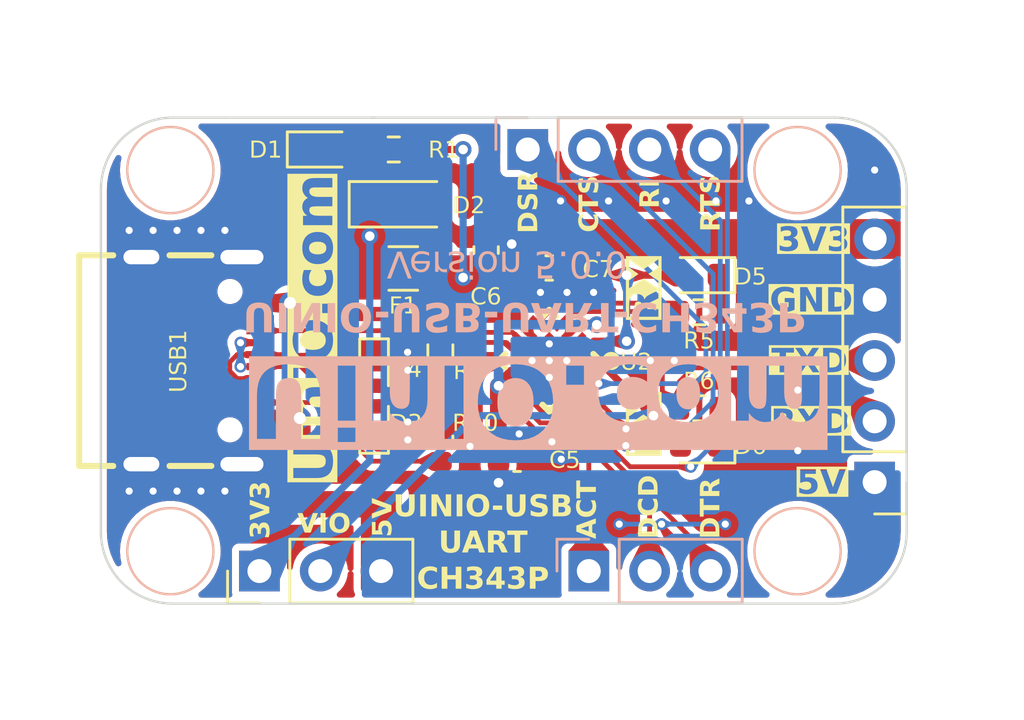
<source format=kicad_pcb>
(kicad_pcb (version 20240108) (generator "pcbnew") (generator_version "8.0")
  (title_block (title "UINIO-USB-UART-CH343") (date "2024-11-26") (rev "Version 5.0.0") (company "UinIO.com 电子技术实验室"))
  (layers (0 "F.Cu" signal) (31 "B.Cu" signal) (34 "B.Paste" user) (35 "F.Paste" user) (36 "B.SilkS" user "B.Silkscreen") (37 "F.SilkS" user "F.Silkscreen") (38 "B.Mask" user) (39 "F.Mask" user) (44 "Edge.Cuts" user))
  (net 0 "")
  (net 1 "GND")
  (net 2 "/CH343_VDD_5V")
  (net 3 "/CH343_V3")
  (net 4 "/CH343_VDD_3.3V")
  (net 5 "Net-(D1-A)")
  (net 6 "/CH343_VIO")
  (net 7 "Net-(D5-K)")
  (net 8 "/CH343_DSR")
  (net 9 "/CH343_DTR")
  (net 10 "/CH343_DCD")
  (net 11 "/CH343_ACT#")
  (net 12 "/CH343_TXD")
  (net 13 "/CH343_RXD")
  (net 14 "/CH343_RTS")
  (net 15 "/CH343_CTS")
  (net 16 "Net-(D6-K)")
  (net 17 "Net-(USB1-CC1)")
  (net 18 "Net-(USB1-CC2)")
  (net 19 "/CH343_USB_Data_P")
  (net 20 "/CH343_USB_Data_N")
  (net 21 "/CH343_RI")
  (footprint "Connector_PinHeader_2.54mm:PinHeader_1x03_P2.54mm_Vertical" (layer "F.Cu") (at 150.07132 102.96 90)
    (property "Reference" "J7" (hide yes))
    (property "Value" "Conn_01x03_Pin")
    (fp_line (start -1.33 -1.33) (end 0 -1.33) (stroke (width 0.12)) (layer "F.SilkS"))
    (fp_line (start -1.33 0) (end -1.33 -1.33) (stroke (width 0.12)) (layer "F.SilkS"))
    (fp_line (start 1.33 1.27) (end 1.33 6.41) (stroke (width 0.12)) (layer "F.SilkS"))
    (fp_line (start -1.33 1.27) (end 1.33 1.27) (stroke (width 0.12)) (layer "F.SilkS"))
    (fp_line (start -1.33 1.27) (end -1.33 6.41) (stroke (width 0.12)) (layer "F.SilkS"))
    (fp_line (start -1.33 6.41) (end 1.33 6.41) (stroke (width 0.12)) (layer "F.SilkS"))
    (pad "1" thru_hole rect (at 0 0 90) (size 1.7 1.7) (drill 1) (layers "*.Cu" "*.Mask") (net 4 "/CH343_VDD_3.3V"))
    (pad "2" thru_hole oval (at 0 2.54 90) (size 1.7 1.7) (drill 1) (layers "*.Cu" "*.Mask") (net 6 "/CH343_VIO"))
    (pad "3" thru_hole oval (at 0 5.08 90) (size 1.7 1.7) (drill 1) (layers "*.Cu" "*.Mask") (net 2 "/CH343_VDD_5V"))
  )
  (footprint "Uinio:Hole-2mm" (layer "F.Cu") (at 146.35 86.21)
    (property "Reference" "HOLE**" (hide yes))
    (property "Value" "Hole-2mm" (hide yes))
    (fp_circle (center 0 0) (end 1.8 0) (stroke (width 0.1)) (fill none) (layer "B.SilkS"))
    (fp_circle (center 0 0) (end 1.8 0) (stroke (width 0.1)) (fill none) (layer "F.SilkS"))
    (pad "" np_thru_hole circle (at 0 0) (size 2.2 2.2) (drill 2.2) (layers "F&B.Cu" "*.Mask"))
  )
  (footprint "Diode_SMD:D_SOD-523" (layer "F.Cu") (at 154.86 94.52 -90)
    (property "Reference" "D4" (at 0.04 -1.31 180) (layer "F.SilkS") (effects (font (size 0.7 0.7))))
    (property "Value" "LESD5D5.0CT1G")
    (fp_line (start 0.7 0.6) (end -1.26 0.6) (stroke (width 0.12)) (layer "F.SilkS"))
    (fp_line (start -1.26 -0.6) (end -1.26 0.6) (stroke (width 0.12)) (layer "F.SilkS"))
    (fp_line (start 0.7 -0.6) (end -1.26 -0.6) (stroke (width 0.12)) (layer "F.SilkS"))
    (pad "1" smd roundrect (at -0.7 0 90) (size 0.6 0.7) (layers "F.Cu" "F.Paste" "F.Mask") (net 1 "GND"))
    (pad "2" smd roundrect (at 0.7 0 90) (size 0.6 0.7) (layers "F.Cu" "F.Paste" "F.Mask") (net 19 "/CH343_USB_Data_P"))
  )
  (footprint "Diode_SMD:Nexperia_CFP3_SOD-123W" (layer "F.Cu") (at 156.08 87.64)
    (property "Reference" "D2" (at 2.73 0.08 0) (layer "F.SilkS") (effects (font (size 0.7 0.7))))
    (property "Value" "1N4007")
    (fp_line (start -2.26 -0.95) (end -2.26 0.95) (stroke (width 0.12)) (layer "F.SilkS"))
    (fp_line (start -2.26 -0.95) (end 1.4 -0.95) (stroke (width 0.12)) (layer "F.SilkS"))
    (fp_line (start -2.26 0.95) (end 1.4 0.95) (stroke (width 0.12)) (layer "F.SilkS"))
    (pad "1" smd rect (at -1.4 0) (size 1.2 1.2) (layers "F.Cu" "F.Paste" "F.Mask") (net 4 "/CH343_VDD_3.3V"))
    (pad "2" smd rect (at 1.4 0) (size 1.2 1.2) (layers "F.Cu" "F.Paste" "F.Mask") (net 1 "GND"))
  )
  (footprint "Uinio:Hole-2mm" (layer "F.Cu") (at 146.35 102.13)
    (property "Reference" "HOLE**" (hide yes))
    (property "Value" "Hole-2mm" (hide yes))
    (fp_circle (center 0 0) (end 1.8 0) (stroke (width 0.1)) (fill none) (layer "B.SilkS"))
    (fp_circle (center 0 0) (end 1.8 0) (stroke (width 0.1)) (fill none) (layer "F.SilkS"))
    (pad "" np_thru_hole circle (at 0 0) (size 2.2 2.2) (drill 2.2) (layers "F&B.Cu" "*.Mask"))
  )
  (footprint "Resistor_SMD:R_0603_1608Metric" (layer "F.Cu") (at 157.63 93.745 90)
    (property "Reference" "R9" (at -0.905 1.188158 0) (layer "F.SilkS") (effects (font (size 0.7 0.7) (thickness 0.1))))
    (property "Value" "5.1K")
    (fp_line (start -0.237258 -0.5225) (end 0.237258 -0.5225) (stroke (width 0.12)) (layer "F.SilkS"))
    (fp_line (start -0.237258 0.5225) (end 0.237258 0.5225) (stroke (width 0.12)) (layer "F.SilkS"))
    (pad "1" smd roundrect (at -0.825 0 90) (size 0.8 0.95) (layers "F.Cu" "F.Paste" "F.Mask") (net 1 "GND"))
    (pad "2" smd roundrect (at 0.825 0 90) (size 0.8 0.95) (layers "F.Cu" "F.Paste" "F.Mask") (net 17 "Net-(USB1-CC1)"))
  )
  (footprint "Resistor_SMD:R_0603_1608Metric" (layer "F.Cu") (at 168.4475 96.16)
    (property "Reference" "R6" (at -0.0175 -1.1 0) (layer "F.SilkS") (effects (font (size 0.7 0.7) (thickness 0.1))))
    (property "Value" "2K")
    (fp_line (start -0.237258 -0.5225) (end 0.237258 -0.5225) (stroke (width 0.12)) (layer "F.SilkS"))
    (fp_line (start -0.237258 0.5225) (end 0.237258 0.5225) (stroke (width 0.12)) (layer "F.SilkS"))
    (pad "1" smd roundrect (at -0.825 0) (size 0.8 0.95) (layers "F.Cu" "F.Paste" "F.Mask") (net 12 "/CH343_TXD"))
    (pad "2" smd roundrect (at 0.825 0) (size 0.8 0.95) (layers "F.Cu" "F.Paste" "F.Mask") (net 16 "Net-(D6-K)"))
  )
  (footprint "Fuse:Fuse_1206_3216Metric" (layer "F.Cu") (at 156.08 90.32)
    (property "Reference" "F1" (at -0.005995 1.59 0) (layer "F.SilkS") (effects (font (size 0.7 0.7) (thickness 0.1))))
    (property "Value" "60V 1A")
    (fp_line (start -0.602064 -0.91) (end 0.602064 -0.91) (stroke (width 0.12)) (layer "F.SilkS"))
    (fp_line (start -0.602064 0.91) (end 0.602064 0.91) (stroke (width 0.12)) (layer "F.SilkS"))
    (pad "1" smd roundrect (at -1.4 0) (size 1.25 1.75) (layers "F.Cu" "F.Paste" "F.Mask") (roundrect_rratio 0.2) (net 4 "/CH343_VDD_3.3V"))
    (pad "2" smd roundrect (at 1.4 0) (size 1.25 1.75) (layers "F.Cu" "F.Paste" "F.Mask") (roundrect_rratio 0.2) (net 3 "/CH343_V3"))
  )
  (footprint "Resistor_SMD:R_0603_1608Metric" (layer "F.Cu") (at 168.4475 92.15)
    (property "Reference" "R5" (at -0.0175 1.22 0) (layer "F.SilkS") (effects (font (size 0.7 0.7) (thickness 0.1))))
    (property "Value" "2K")
    (fp_line (start -0.237258 -0.5225) (end 0.237258 -0.5225) (stroke (width 0.12)) (layer "F.SilkS"))
    (fp_line (start -0.237258 0.5225) (end 0.237258 0.5225) (stroke (width 0.12)) (layer "F.SilkS"))
    (pad "1" smd roundrect (at -0.825 0) (size 0.8 0.95) (layers "F.Cu" "F.Paste" "F.Mask") (net 13 "/CH343_RXD"))
    (pad "2" smd roundrect (at 0.825 0) (size 0.8 0.95) (layers "F.Cu" "F.Paste" "F.Mask") (net 7 "Net-(D5-K)"))
  )
  (footprint "Resistor_SMD:R_0603_1608Metric" (layer "F.Cu") (at 157.63 97.555 -90)
    (property "Reference" "R10" (at -0.745 -1.46 0) (layer "F.SilkS") (effects (font (size 0.7 0.7) (thickness 0.1))))
    (property "Value" "5.1K")
    (fp_line (start -0.237258 0.5225) (end 0.237258 0.5225) (stroke (width 0.12)) (layer "F.SilkS"))
    (fp_line (start -0.237258 -0.5225) (end 0.237258 -0.5225) (stroke (width 0.12)) (layer "F.SilkS"))
    (pad "1" smd roundrect (at -0.825 0 270) (size 0.8 0.95) (layers "F.Cu" "F.Paste" "F.Mask") (net 1 "GND"))
    (pad "2" smd roundrect (at 0.825 0 270) (size 0.8 0.95) (layers "F.Cu" "F.Paste" "F.Mask") (net 18 "Net-(USB1-CC2)"))
  )
  (footprint "Diode_SMD:D_SOD-523" (layer "F.Cu") (at 154.86 96.78 90)
    (property "Reference" "D3" (at -0.04 1.33 180) (layer "F.SilkS") (effects (font (size 0.7 0.7))))
    (property "Value" "LESD5D5.0CT1G")
    (fp_line (start 0.7 -0.6) (end -1.26 -0.6) (stroke (width 0.12)) (layer "F.SilkS"))
    (fp_line (start -1.26 -0.6) (end -1.26 0.6) (stroke (width 0.12)) (layer "F.SilkS"))
    (fp_line (start 0.7 0.6) (end -1.26 0.6) (stroke (width 0.12)) (layer "F.SilkS"))
    (pad "1" smd roundrect (at -0.7 0 270) (size 0.6 0.7) (layers "F.Cu" "F.Paste" "F.Mask") (net 1 "GND"))
    (pad "2" smd roundrect (at 0.7 0 270) (size 0.6 0.7) (layers "F.Cu" "F.Paste" "F.Mask") (net 20 "/CH343_USB_Data_N"))
  )
  (footprint "Resistor_SMD:R_0603_1608Metric" (layer "F.Cu") (at 155.6825 85.35)
    (property "Reference" "R1" (at 2.0875 0.05 0) (layer "F.SilkS") (effects (font (size 0.7 0.7) (thickness 0.1))))
    (property "Value" "2K")
    (fp_line (start -0.237258 -0.5225) (end 0.237258 -0.5225) (stroke (width 0.12)) (layer "F.SilkS"))
    (fp_line (start -0.237258 0.5225) (end 0.237258 0.5225) (stroke (width 0.12)) (layer "F.SilkS"))
    (pad "1" smd roundrect (at -0.825 0) (size 0.8 0.95) (layers "F.Cu" "F.Paste" "F.Mask") (net 5 "Net-(D1-A)"))
    (pad "2" smd roundrect (at 0.825 0) (size 0.8 0.95) (layers "F.Cu" "F.Paste" "F.Mask") (net 3 "/CH343_V3"))
  )
  (footprint "LED_SMD:LED_0603_1608Metric" (layer "F.Cu") (at 168.4475 90.6 180)
    (property "Reference" "D5" (at -2.121991 -0.1 0) (layer "F.SilkS") (effects (font (size 0.7 0.7) (thickness 0.1))))
    (property "Value" "BLUE LED")
    (fp_line (start 0.8 -0.735) (end -1.485 -0.735) (stroke (width 0.12)) (layer "F.SilkS"))
    (fp_line (start -1.485 0.735) (end 0.8 0.735) (stroke (width 0.12)) (layer "F.SilkS"))
    (fp_line (start -1.485 -0.735) (end -1.485 0.735) (stroke (width 0.12)) (layer "F.SilkS"))
    (pad "1" smd roundrect (at -0.7875 0 180) (size 0.875 0.95) (layers "F.Cu" "F.Paste" "F.Mask") (net 7 "Net-(D5-K)"))
    (pad "2" smd roundrect (at 0.7875 0 180) (size 0.875 0.95) (layers "F.Cu" "F.Paste" "F.Mask") (net 6 "/CH343_VIO"))
  )
  (footprint "Capacitor_SMD:C_0603_1608Metric" (layer "F.Cu") (at 160.835 98.289 180)
    (property "Reference" "C5" (at -1.99 -0.07 0) (layer "F.SilkS") (effects (font (size 0.7 0.7) (thickness 0.1))))
    (property "Value" "0.1uF")
    (fp_line (start -0.14058 0.51) (end 0.14058 0.51) (stroke (width 0.12)) (layer "F.SilkS"))
    (fp_line (start -0.14058 -0.51) (end 0.14058 -0.51) (stroke (width 0.12)) (layer "F.SilkS"))
    (pad "1" smd roundrect (at -0.775 0 180) (size 0.9 0.95) (layers "F.Cu" "F.Paste" "F.Mask") (net 1 "GND"))
    (pad "2" smd roundrect (at 0.775 0 180) (size 0.9 0.95) (layers "F.Cu" "F.Paste" "F.Mask") (net 2 "/CH343_VDD_5V"))
  )
  (footprint "Capacitor_SMD:C_0603_1608Metric" (layer "F.Cu") (at 162.175 90.3 180)
    (property "Reference" "C7" (at -2.045967 -0.09 0) (layer "F.SilkS") (effects (font (size 0.7 0.7) (thickness 0.1))))
    (property "Value" "1uF")
    (fp_line (start -0.14058 0.51) (end 0.14058 0.51) (stroke (width 0.12)) (layer "F.SilkS"))
    (fp_line (start -0.14058 -0.51) (end 0.14058 -0.51) (stroke (width 0.12)) (layer "F.SilkS"))
    (pad "1" smd roundrect (at -0.775 0 180) (size 0.9 0.95) (layers "F.Cu" "F.Paste" "F.Mask") (net 6 "/CH343_VIO"))
    (pad "2" smd roundrect (at 0.775 0 180) (size 0.9 0.95) (layers "F.Cu" "F.Paste" "F.Mask") (net 1 "GND"))
  )
  (footprint "Uinio:USB-C-SMD_TYPEC-304J-BCP16" (layer "F.Cu") (at 147.62232 94.17 -90)
    (property "Reference" "USB1" (at -1.29 0.901 90) (layer "F.SilkS") (effects (font (size 0.7 0.7) (thickness 0.1)) (justify right)))
    (property "Value" "USB_Type_C_16Pin")
    (fp_line (start -4.4 5.081) (end 4.4 5.081) (stroke (width 0.254)) (layer "F.SilkS"))
    (fp_line (start -4.4 5.081) (end -4.4 3.659) (stroke (width 0.254)) (layer "F.SilkS"))
    (fp_line (start 4.4 5.081) (end 4.4 3.659) (stroke (width 0.254)) (layer "F.SilkS"))
    (fp_line (start -4.4 1.304) (end -4.4 -0.441) (stroke (width 0.254)) (layer "F.SilkS"))
    (fp_line (start 4.4 1.304) (end 4.4 -0.441) (stroke (width 0.254)) (layer "F.SilkS"))
    (pad "" np_thru_hole circle (at -2.89 -1.219 270) (size 0.65 0.65) (drill 0.65) (layers "*.Cu" "*.Mask"))
    (pad "" np_thru_hole circle (at 2.89 -1.219 270) (size 0.65 0.65) (drill 0.65) (layers "*.Cu" "*.Mask"))
    (pad "13" thru_hole oval (at -4.325 -1.719 270) (size 1 2.1) (drill oval 0.6 1.8) (layers "*.Cu" "*.Mask") (net 1 "GND"))
    (pad "14" thru_hole oval (at 4.325 -1.719 270) (size 1 2.1) (drill oval 0.6 1.8) (layers "*.Cu" "*.Mask") (net 1 "GND"))
    (pad "15" thru_hole oval (at -4.325 2.481 270) (size 1 1.9) (drill oval 0.6 1.5) (layers "*.Cu" "*.Mask") (net 1 "GND"))
    (pad "16" thru_hole oval (at 4.325 2.481 270) (size 1 1.9) (drill oval 0.6 1.5) (layers "*.Cu" "*.Mask") (net 1 "GND"))
    (pad "A1B12" smd rect (at -3.2 -2.481 270) (size 0.6 1.15) (layers "F.Cu" "F.Paste" "F.Mask") (net 1 "GND"))
    (pad "A4B9" smd rect (at -2.4 -2.481 270) (size 0.6 1.15) (layers "F.Cu" "F.Paste" "F.Mask") (net 2 "/CH343_VDD_5V"))
    (pad "A5" smd rect (at -1.25 -2.481 270) (size 0.3 1.15) (layers "F.Cu" "F.Paste" "F.Mask") (net 17 "Net-(USB1-CC1)"))
    (pad "A6" smd rect (at -0.25 -2.481 270) (size 0.3 1.15) (layers "F.Cu" "F.Paste" "F.Mask") (net 19 "/CH343_USB_Data_P"))
    (pad "A7" smd rect (at 0.25 -2.481 270) (size 0.3 1.15) (layers "F.Cu" "F.Paste" "F.Mask") (net 20 "/CH343_USB_Data_N"))
    (pad "A8" smd rect (at 1.25 -2.481 270) (size 0.3 1.15) (layers "F.Cu" "F.Paste" "F.Mask"))
    (pad "B1A12" smd rect (at 3.2 -2.481 270) (size 0.6 1.15) (layers "F.Cu" "F.Paste" "F.Mask") (net 1 "GND"))
    (pad "B4A9" smd rect (at 2.4 -2.481 270) (size 0.6 1.15) (layers "F.Cu" "F.Paste" "F.Mask") (net 2 "/CH343_VDD_5V"))
    (pad "B5" smd rect (at 1.75 -2.481 270) (size 0.3 1.15) (layers "F.Cu" "F.Paste" "F.Mask") (net 18 "Net-(USB1-CC2)"))
    (pad "B6" smd rect (at 0.75 -2.481 270) (size 0.3 1.15) (layers "F.Cu" "F.Paste" "F.Mask") (net 19 "/CH343_USB_Data_P"))
    (pad "B7" smd rect (at -0.75 -2.481 270) (size 0.3 1.15) (layers "F.Cu" "F.Paste" "F.Mask") (net 20 "/CH343_USB_Data_N"))
    (pad "B8" smd rect (at -1.75 -2.481 270) (size 0.3 1.15) (layers "F.Cu" "F.Paste" "F.Mask"))
  )
  (footprint "Connector_PinHeader_2.54mm:PinHeader_1x05_P2.54mm_Vertical" (layer "F.Cu") (at 175.77 99.245 180)
    (property "Reference" "J5" (hide yes))
    (property "Value" "Conn_01x05_Pin")
    (fp_line (start 1.33 1.27) (end 1.33 11.49) (stroke (width 0.12)) (layer "F.SilkS"))
    (fp_line (start -1.33 11.49) (end 1.33 11.49) (stroke (width 0.12)) (layer "F.SilkS"))
    (fp_line (start -1.33 1.27) (end 1.33 1.27) (stroke (width 0.12)) (layer "F.SilkS"))
    (fp_line (start -1.33 1.27) (end -1.33 11.49) (stroke (width 0.12)) (layer "F.SilkS"))
    (fp_line (start -1.33 0) (end -1.33 -1.33) (stroke (width 0.12)) (layer "F.SilkS"))
    (fp_line (start -1.33 -1.33) (end 0 -1.33) (stroke (width 0.12)) (layer "F.SilkS"))
    (pad "1" thru_hole rect (at 0 0 180) (size 1.7 1.7) (drill 1) (layers "*.Cu" "*.Mask") (net 2 "/CH343_VDD_5V"))
    (pad "2" thru_hole oval (at 0 2.54 180) (size 1.7 1.7) (drill 1) (layers "*.Cu" "*.Mask") (net 12 "/CH343_TXD"))
    (pad "3" thru_hole oval (at 0 5.08 180) (size 1.7 1.7) (drill 1) (layers "*.Cu" "*.Mask") (net 13 "/CH343_RXD"))
    (pad "4" thru_hole oval (at 0 7.62 180) (size 1.7 1.7) (drill 1) (layers "*.Cu" "*.Mask") (net 1 "GND"))
    (pad "5" thru_hole oval (at 0 10.16 180) (size 1.7 1.7) (drill 1) (layers "*.Cu" "*.Mask") (net 4 "/CH343_VDD_3.3V"))
  )
  (footprint "Uinio:Hole-2mm" (layer "F.Cu") (at 172.55 102.13)
    (property "Reference" "HOLE**" (hide yes))
    (property "Value" "Hole-2mm" (hide yes))
    (fp_circle (center 0 0) (end 1.8 0) (stroke (width 0.1)) (fill none) (layer "B.SilkS"))
    (fp_circle (center 0 0) (end 1.8 0) (stroke (width 0.1)) (fill none) (layer "F.SilkS"))
    (pad "" np_thru_hole circle (at 0 0) (size 2.2 2.2) (drill 2.2) (layers "F&B.Cu" "*.Mask"))
  )
  (footprint "LED_SMD:LED_0603_1608Metric" (layer "F.Cu") (at 152.72 85.35)
    (property "Reference" "D1" (at -2.39 0.05 0) (layer "F.SilkS") (effects (font (size 0.7 0.7) (thickness 0.1))))
    (property "Value" "LED Red")
    (fp_line (start -1.485 -0.735) (end -1.485 0.735) (stroke (width 0.12)) (layer "F.SilkS"))
    (fp_line (start -1.485 0.735) (end 0.8 0.735) (stroke (width 0.12)) (layer "F.SilkS"))
    (fp_line (start 0.8 -0.735) (end -1.485 -0.735) (stroke (width 0.12)) (layer "F.SilkS"))
    (pad "1" smd roundrect (at -0.7875 0) (size 0.875 0.95) (layers "F.Cu" "F.Paste" "F.Mask") (net 1 "GND"))
    (pad "2" smd roundrect (at 0.7875 0) (size 0.875 0.95) (layers "F.Cu" "F.Paste" "F.Mask") (net 5 "Net-(D1-A)"))
  )
  (footprint "LED_SMD:LED_0603_1608Metric" (layer "F.Cu") (at 168.4475 97.71 180)
    (property "Reference" "D6" (at -2.121991 -0.07 0) (layer "F.SilkS") (effects (font (size 0.7 0.7) (thickness 0.1))))
    (property "Value" "BLUE LED")
    (fp_line (start 0.8 -0.735) (end -1.485 -0.735) (stroke (width 0.12)) (layer "F.SilkS"))
    (fp_line (start -1.485 0.735) (end 0.8 0.735) (stroke (width 0.12)) (layer "F.SilkS"))
    (fp_line (start -1.485 -0.735) (end -1.485 0.735) (stroke (width 0.12)) (layer "F.SilkS"))
    (pad "1" smd roundrect (at -0.7875 0 180) (size 0.875 0.95) (layers "F.Cu" "F.Paste" "F.Mask") (net 16 "Net-(D6-K)"))
    (pad "2" smd roundrect (at 0.7875 0 180) (size 0.875 0.95) (layers "F.Cu" "F.Paste" "F.Mask") (net 6 "/CH343_VIO"))
  )
  (footprint "Capacitor_SMD:C_0603_1608Metric" (layer "F.Cu") (at 159.54 89.55 -90)
    (property "Reference" "C6" (at 1.98 0.01 0) (layer "F.SilkS") (effects (font (size 0.7 0.7) (thickness 0.1))))
    (property "Value" "0.1uF")
    (fp_line (start -0.14058 0.51) (end 0.14058 0.51) (stroke (width 0.12)) (layer "F.SilkS"))
    (fp_line (start -0.14058 -0.51) (end 0.14058 -0.51) (stroke (width 0.12)) (layer "F.SilkS"))
    (pad "1" smd roundrect (at -0.775 0 270) (size 0.9 0.95) (layers "F.Cu" "F.Paste" "F.Mask") (net 1 "GND"))
    (pad "2" smd roundrect (at 0.775 0 270) (size 0.9 0.95) (layers "F.Cu" "F.Paste" "F.Mask") (net 3 "/CH343_V3"))
  )
  (footprint "Uinio:Hole-2mm" (layer "F.Cu") (at 172.55 86.21)
    (property "Reference" "HOLE**" (hide yes))
    (property "Value" "Hole-2mm" (hide yes))
    (fp_circle (center 0 0) (end 1.8 0) (stroke (width 0.1)) (fill none) (layer "B.SilkS"))
    (fp_circle (center 0 0) (end 1.8 0) (stroke (width 0.1)) (fill none) (layer "F.SilkS"))
    (pad "" np_thru_hole circle (at 0 0) (size 2.2 2.2) (drill 2.2) (layers "F&B.Cu" "*.Mask"))
  )
  (footprint "Uinio:TQFN-16_L3.0-W3.0-P0.50-BL-EP1.7" (layer "F.Cu") (at 162.1785 94.17 135)
    (property "Reference" "U2" (at -2.157736 2.030457 0) (layer "F.SilkS") (effects (font (size 0.7 0.7) (thickness 0.1)) (justify left)))
    (property "Value" "CH343P")
    (fp_line (start 1.5 -1.108) (end 1.5 -1.5) (stroke (width 0.254)) (layer "F.SilkS"))
    (fp_line (start 1.106 -1.5) (end 1.5 -1.5) (stroke (width 0.254)) (layer "F.SilkS"))
    (fp_line (start 1.5 1.5) (end 1.5 1.104) (stroke (width 0.254)) (layer "F.SilkS"))
    (fp_line (start -1.5 -1.5) (end -1.105 -1.5) (stroke (width 0.254)) (layer "F.SilkS"))
    (fp_line (start -1.5 -1.5) (end -1.5 -1.108) (stroke (width 0.254)) (layer "F.SilkS"))
    (fp_line (start 1.108 1.5) (end 1.5 1.5) (stroke (width 0.254)) (layer "F.SilkS"))
    (fp_line (start -1.5 1.104) (end -1.5 1.5) (stroke (width 0.254)) (layer "F.SilkS"))
    (fp_line (start -1.5 1.5) (end -1.105 1.5) (stroke (width 0.254)) (layer "F.SilkS"))
    (fp_circle (center -1.84 1.82) (end -1.715 1.82) (stroke (width 0.254)) (fill none) (layer "F.SilkS"))
    (pad "1" smd rect (at -0.748 1.45 135) (size 0.25 0.75) (layers "F.Cu" "F.Paste" "F.Mask") (net 6 "/CH343_VIO"))
    (pad "2" smd rect (at -0.249 1.45 135) (size 0.25 0.75) (layers "F.Cu" "F.Paste" "F.Mask") (net 1 "GND"))
    (pad "3" smd rect (at 0.252 1.45 135) (size 0.25 0.75) (layers "F.Cu" "F.Paste" "F.Mask") (net 2 "/CH343_VDD_5V"))
    (pad "4" smd rect (at 0.751 1.45 135) (size 0.25 0.75) (layers "F.Cu" "F.Paste" "F.Mask") (net 12 "/CH343_TXD"))
    (pad "5" smd rect (at 1.45 0.75 135) (size 0.75 0.25) (layers "F.Cu" "F.Paste" "F.Mask") (net 13 "/CH343_RXD"))
    (pad "6" smd rect (at 1.45 0.25 135) (size 0.75 0.25) (layers "F.Cu" "F.Paste" "F.Mask") (net 3 "/CH343_V3"))
    (pad "7" smd rect (at 1.45 -0.25 135) (size 0.75 0.25) (layers "F.Cu" "F.Paste" "F.Mask") (net 19 "/CH343_USB_Data_P"))
    (pad "8" smd rect (at 1.45 -0.75 135) (size 0.75 0.25) (layers "F.Cu" "F.Paste" "F.Mask") (net 20 "/CH343_USB_Data_N"))
    (pad "9" smd rect (at 0.75 -1.45 135) (size 0.25 0.75) (layers "F.Cu" "F.Paste" "F.Mask") (net 2 "/CH343_VDD_5V"))
    (pad "10" smd rect (at 0.25 -1.45 135) (size 0.25 0.75) (layers "F.Cu" "F.Paste" "F.Mask") (net 11 "/CH343_ACT#"))
    (pad "11" smd rect (at -0.25 -1.45 135) (size 0.25 0.75) (layers "F.Cu" "F.Paste" "F.Mask") (net 10 "/CH343_DCD"))
    (pad "12" smd rect (at -0.749 -1.45 135) (size 0.25 0.75) (layers "F.Cu" "F.Paste" "F.Mask") (net 9 "/CH343_DTR"))
    (pad "13" smd rect (at -1.45 -0.75 135) (size 0.75 0.25) (layers "F.Cu" "F.Paste" "F.Mask") (net 14 "/CH343_RTS"))
    (pad "14" smd rect (at -1.45 -0.25 135) (size 0.75 0.25) (layers "F.Cu" "F.Paste" "F.Mask") (net 8 "/CH343_DSR"))
    (pad "15" smd rect (at -1.45 0.25 135) (size 0.75 0.25) (layers "F.Cu" "F.Paste" "F.Mask") (net 15 "/CH343_CTS"))
    (pad "16" smd rect (at -1.45 0.75 135) (size 0.75 0.25) (layers "F.Cu" "F.Paste" "F.Mask") (net 21 "/CH343_RI"))
    (pad "17" smd rect (at 0 0 135) (size 1.7 1.7) (layers "F.Cu" "F.Paste" "F.Mask") (net 1 "GND"))
  )
  (footprint "Connector_PinHeader_2.54mm:PinHeader_1x03_P2.54mm_Vertical" (layer "B.Cu") (at 163.83 102.96 -90)
    (property "Reference" "J4" (hide yes))
    (property "Value" "Conn_01x03_Pin")
    (fp_line (start -1.33 1.33) (end 0 1.33) (stroke (width 0.12)) (layer "B.SilkS"))
    (fp_line (start -1.33 0) (end -1.33 1.33) (stroke (width 0.12)) (layer "B.SilkS"))
    (fp_line (start -1.33 -1.27) (end 1.33 -1.27) (stroke (width 0.12)) (layer "B.SilkS"))
    (fp_line (start -1.33 -1.27) (end -1.33 -6.41) (stroke (width 0.12)) (layer "B.SilkS"))
    (fp_line (start 1.33 -1.27) (end 1.33 -6.41) (stroke (width 0.12)) (layer "B.SilkS"))
    (fp_line (start -1.33 -6.41) (end 1.33 -6.41) (stroke (width 0.12)) (layer "B.SilkS"))
    (pad "1" thru_hole rect (at 0 0 270) (size 1.7 1.7) (drill 1) (layers "*.Cu" "*.Mask") (net 11 "/CH343_ACT#"))
    (pad "2" thru_hole oval (at 0 -2.54 270) (size 1.7 1.7) (drill 1) (layers "*.Cu" "*.Mask") (net 10 "/CH343_DCD"))
    (pad "3" thru_hole oval (at 0 -5.08 270) (size 1.7 1.7) (drill 1) (layers "*.Cu" "*.Mask") (net 9 "/CH343_DTR"))
  )
  (footprint "Connector_PinHeader_2.54mm:PinHeader_1x04_P2.54mm_Vertical" (layer "B.Cu") (at 161.28 85.35 -90)
    (property "Reference" "J6" (hide yes))
    (property "Value" "Conn_01x04_Pin")
    (fp_line (start -1.33 1.33) (end 0 1.33) (stroke (width 0.12)) (layer "B.SilkS"))
    (fp_line (start -1.33 0) (end -1.33 1.33) (stroke (width 0.12)) (layer "B.SilkS"))
    (fp_line (start -1.33 -1.27) (end 1.33 -1.27) (stroke (width 0.12)) (layer "B.SilkS"))
    (fp_line (start -1.33 -1.27) (end -1.33 -8.95) (stroke (width 0.12)) (layer "B.SilkS"))
    (fp_line (start 1.33 -1.27) (end 1.33 -8.95) (stroke (width 0.12)) (layer "B.SilkS"))
    (fp_line (start -1.33 -8.95) (end 1.33 -8.95) (stroke (width 0.12)) (layer "B.SilkS"))
    (pad "1" thru_hole rect (at 0 0 270) (size 1.7 1.7) (drill 1) (layers "*.Cu" "*.Mask") (net 21 "/CH343_RI"))
    (pad "2" thru_hole oval (at 0 -2.54 270) (size 1.7 1.7) (drill 1) (layers "*.Cu" "*.Mask") (net 15 "/CH343_CTS"))
    (pad "3" thru_hole oval (at 0 -5.08 270) (size 1.7 1.7) (drill 1) (layers "*.Cu" "*.Mask") (net 8 "/CH343_DSR"))
    (pad "4" thru_hole oval (at 0 -7.62 270) (size 1.7 1.7) (drill 1) (layers "*.Cu" "*.Mask") (net 14 "/CH343_RTS"))
  )
  (gr_arc (start 174.11 84.02) (mid 176.23132 84.89868) (end 177.11 87.02) (stroke (width 0.1)) (layer "Edge.Cuts"))
  (gr_line (start 174.11 104.32) (end 146.45 104.32) (stroke (width 0.1)) (layer "Edge.Cuts"))
  (gr_line (start 148.655 84.02) (end 154.905 84.02) (stroke (width 0.1)) (layer "Edge.Cuts"))
  (gr_arc (start 177.11 101.32) (mid 176.23132 103.44132) (end 174.11 104.32) (stroke (width 0.1)) (layer "Edge.Cuts"))
  (gr_line (start 177.11 87.02) (end 177.11 101.32) (stroke (width 0.1)) (layer "Edge.Cuts"))
  (gr_arc (start 146.45 104.32) (mid 144.32868 103.44132) (end 143.45 101.32) (stroke (width 0.1)) (layer "Edge.Cuts"))
  (gr_arc (start 143.45 87.02) (mid 144.32868 84.89868) (end 146.45 84.02) (stroke (width 0.1)) (layer "Edge.Cuts"))
  (gr_line (start 146.45 84.02) (end 148.655 84.02) (stroke (width 0.1)) (layer "Edge.Cuts"))
  (gr_line (start 143.45 101.32) (end 143.45 87.02) (stroke (width 0.1)) (layer "Edge.Cuts"))
  (gr_line (start 154.755 84.02) (end 174.11 84.02) (stroke (width 0.1)) (layer "Edge.Cuts"))
  (gr_line (start 154.905 84.02) (end 154.755 84.02) (stroke (width 0.1)) (layer "Edge.Cuts"))
  (gr_text "UinIO.com" (at 149.58448 93.87 180) (layer "B.SilkS" knockout) (effects (font (size 3 3) (thickness 0.16) (bold yes)) (justify left bottom mirror)))
  (gr_text "UINIO-USB-UART-CH343P" (at 149.371109 91.56 180) (layer "B.SilkS") (effects (font (size 1.2 1.2) (thickness 0.16) (bold yes)) (justify left bottom mirror)))
  (gr_text "Version 5.0.0" (at 155.39 89.43 180) (layer "B.SilkS") (effects (font (size 1.1 1.1) (thickness 0.125)) (justify left bottom mirror)))
  (gr_text "3V3" (at 150.62 101.62 90) (layer "F.SilkS") (effects (font (size 0.8 0.8) (thickness 0.16) (bold yes) (italic yes)) (justify left bottom)))
  (gr_text "DCD" (at 166.84 101.62 90) (layer "F.SilkS") (effects (font (size 0.8 0.8) (thickness 0.16) (bold yes)) (justify left bottom)))
  (gr_text "TXD" (at 171.455491 94.82625 0) (layer "F.SilkS" knockout) (effects (font (size 1 1) (thickness 0.16) (bold yes)) (justify left bottom)))
  (gr_text "UINIO-USB\nUART\nCH343P" (at 159.41 103.85 0) (layer "F.SilkS") (effects (font (size 0.9 0.9) (thickness 0.2) (bold yes)) (justify bottom)))
  (gr_text "5V" (at 155.72 101.55 90) (layer "F.SilkS") (effects (font (size 0.8 0.8) (thickness 0.16) (bold yes) (italic yes)) (justify left bottom)))
  (gr_text "RI" (at 166.89132 87.82 90) (layer "F.SilkS") (effects (font (size 0.8 0.8) (thickness 0.16) (bold yes)) (justify left bottom)))
  (gr_text "RX" (at 166.94 92.49 90) (layer "F.SilkS" knockout) (effects (font (size 1.2 1.2) (thickness 0.16) (bold yes)) (justify left bottom)))
  (gr_text "TX" (at 166.94 98.02 90) (layer "F.SilkS" knockout) (effects (font (size 1.2 1.2) (thickness 0.16) (bold yes)) (justify left bottom)))
  (gr_text "GND" (at 171.38 92.29 0) (layer "F.SilkS" knockout) (effects (font (size 1 1) (thickness 0.16) (bold yes)) (justify left bottom)))
  (gr_text "3V3" (at 171.709239 89.75375 0) (layer "F.SilkS" knockout) (effects (font (size 1 1) (thickness 0.16) (bold yes)) (justify left bottom)))
  (gr_text "ACT" (at 164.26 101.62 90) (layer "F.SilkS") (effects (font (size 0.8 0.8) (thickness 0.16) (bold yes)) (justify left bottom)))
  (gr_text "RTS" (at 169.43132 88.789176 90) (layer "F.SilkS") (effects (font (size 0.8 0.8) (thickness 0.16) (bold yes)) (justify left bottom)))
  (gr_text "RXD" (at 171.428135 97.3625 0) (layer "F.SilkS" knockout) (effects (font (size 1 1) (thickness 0.16) (bold yes)) (justify left bottom)))
  (gr_text "DTR" (at 169.42 101.62 90) (layer "F.SilkS") (effects (font (size 0.8 0.8) (thickness 0.16) (bold yes)) (justify left bottom)))
  (gr_text "VIO" (at 151.655 101.49 0) (layer "F.SilkS") (effects (font (size 0.8 0.8) (thickness 0.16) (bold yes) (italic yes)) (justify left bottom)))
  (gr_text "CTS" (at 164.35132 88.818876 90) (layer "F.SilkS") (effects (font (size 0.8 0.8) (thickness 0.16) (bold yes)) (justify left bottom)))
  (gr_text "DSR" (at 161.81132 88.8603 90) (layer "F.SilkS") (effects (font (size 0.8 0.8) (thickness 0.16) (bold yes)) (justify left bottom)))
  (gr_text "5V" (at 172.51231 99.89875 0) (layer "F.SilkS" knockout) (effects (font (size 1 1) (thickness 0.16) (bold yes)) (justify left bottom)))
  (gr_text "UinIO.com" (at 153.39 99.28 90) (layer "F.SilkS" knockout) (effects (font (size 1.6 1.6) (thickness 0.3) (bold yes)) (justify left bottom)))
  (segment (start 169.143199 87.496801) (end 169.146398 87.5) (width 0.2) (layer "F.Cu") (net 1))
  (segment (start 145.14132 89.845) (end 149.34132 89.845) (width 0.4) (layer "F.Cu") (net 1))
  (segment (start 164.654653 87.5) (end 167.057986 87.5) (width 0.2) (layer "F.Cu") (net 1))
  (segment (start 169.14 87.5) (end 167.057986 87.5) (width 0.2) (layer "F.Cu") (net 1))
  (segment (start 164.654653 87.5) (end 162.65 87.5) (width 0.2) (layer "F.Cu") (net 1))
  (segment (start 149.42 89.845) (end 150.10332 90.52832) (width 0.4) (layer "F.Cu") (net 1))
  (segment (start 149.42 98.495) (end 150.10332 97.81168) (width 0.4) (layer "F.Cu") (net 1))
  (segment (start 150.10332 90.52832) (end 150.10332 90.97) (width 0.4) (layer "F.Cu") (net 1))
  (segment (start 163.379874 93.320765) (end 162.530639 94.17) (width 0.3) (layer "F.Cu") (net 1))
  (segment (start 169.143199 87.496801) (end 169.14 87.5) (width 0.2) (layer "F.Cu") (net 1))
  (segment (start 150.10332 97.81168) (end 150.10332 97.37) (width 0.4) (layer "F.Cu") (net 1))
  (segment (start 145.14132 98.495) (end 145.14132 89.845) (width 0.4) (layer "F.Cu") (net 1))
  (segment (start 149.34132 98.495) (end 145.14132 98.495) (width 0.4) (layer "F.Cu") (net 1))
  (segment (start 169.146398 87.5) (end 170.518337 87.5) (width 0.2) (layer "F.Cu") (net 1))
  (via (at 145.63 88.73) (size 0.5) (drill 0.3) (layers "F.Cu" "B.Cu") (net 1))
  (via (at 170.518337 87.5) (size 0.5) (drill 0.3) (layers "F.Cu" "B.Cu") (net 1))
  (via (at 146.63 99.62) (size 0.5) (drill 0.3) (layers "F.Cu" "B.Cu") (net 1))
  (via (at 160.61 89.3) (size 0.7) (drill 0.4) (layers "F.Cu" "B.Cu") (net 1))
  (via (at 147.63 88.73) (size 0.5) (drill 0.3) (layers "F.Cu" "B.Cu") (net 1))
  (via (at 148.63 88.73) (size 0.5) (drill 0.3) (layers "F.Cu" "B.Cu") (net 1))
  (via (at 169.53 101) (size 0.5) (drill 0.3) (layers "F.Cu" "B.Cu") (net 1))
  (via (at 162.1785 93.47) (size 0.5) (drill 0.3) (layers "F.Cu" "B.Cu") (net 1))
  (via (at 160.92 97.23) (size 0.5) (drill 0.3) (layers "F.Cu" "B.Cu") (net 1))
  (via (at 145.63 99.62) (size 0.5) (drill 0.3) (layers "F.Cu" "B.Cu") (net 1))
  (via (at 164.03 91.32) (size 0.5) (drill 0.3) (layers "F.Cu" "B.Cu") (net 1))
  (via (at 158.87 97.75) (size 0.5) (drill 0.3) (layers "F.Cu" "B.Cu") (net 1))
  (via (at 156.27 97.48) (size 0.5) (drill 0.3) (layers "F.Cu" "B.Cu") (net 1))
  (via (at 156.26 93.82) (size 0.5) (drill 0.3) (layers "F.Cu" "B.Cu") (net 1))
  (via (at 175.77 86.21) (size 0.5) (drill 0.3) (layers "F.Cu" "B.Cu") (net 1))
  (via (at 146.63 88.73) (size 0.5) (drill 0.3) (layers "F.Cu" "B.Cu") (net 1))
  (via (at 162.91 94.17) (size 0.5) (drill 0.3) (layers "F.Cu" "B.Cu") (net 1))
  (via (at 166.87 101) (size 0.5) (drill 0.3) (layers "F.Cu" "B.Cu") (net 1))
  (via (at 167.057986 87.5) (size 0.5) (drill 0.3) (layers "F.Cu" "B.Cu") (net 1))
  (via (at 162.1785 94.17) (size 0.5) (drill 0.3) (layers "F.Cu" "B.Cu") (net 1))
  (via (at 165.1 101) (size 0.5) (drill 0.3) (layers "F.Cu" "B.Cu") (net 1))
  (via (at 167.4 94.17) (size 0.5) (drill 0.3) (layers "F.Cu" "B.Cu") (net 1))
  (via (at 162.68 98.29) (size 0.5) (drill 0.3) (layers "F.Cu" "B.Cu") (net 1))
  (via (at 172.56 95.4) (size 0.5) (drill 0.3) (layers "F.Cu" "B.Cu") (net 1))
  (via (at 162.65 87.5) (size 0.5) (drill 0.3) (layers "F.Cu" "B.Cu") (net 1))
  (via (at 162.92 91.32) (size 0.5) (drill 0.3) (layers "F.Cu" "B.Cu") (net 1))
  (via (at 161.81 91.32) (size 0.5) (drill 0.3) (layers "F.Cu" "B.Cu") (net 1))
  (via (at 162.29 97.56) (size 0.5) (drill 0.3) (layers "F.Cu" "B.Cu") (net 1))
  (via (at 156.27 94.57) (size 0.5) (drill 0.3) (layers "F.Cu" "B.Cu") (net 1))
  (via (at 144.63 99.62) (size 0.5) (drill 0.3) (layers "F.Cu" "B.Cu") (net 1))
  (via (at 161.46 94.17) (size 0.5) (drill 0.3) (layers "F.Cu" "B.Cu") (net 1))
  (via (at 162.1785 94.87) (size 0.5) (drill 0.3) (layers "F.Cu" "B.Cu") (net 1))
  (via (at 144.63 88.73) (size 0.5) (drill 0.3) (layers "F.Cu" "B.Cu") (net 1))
  (via (at 156.27 96.73) (size 0.5) (drill 0.3) (layers "F.Cu" "B.Cu") (net 1))
  (via (at 147.63 99.62) (size 0.5) (drill 0.3) (layers "F.Cu" "B.Cu") (net 1))
  (via (at 164.654653 87.5) (size 0.5) (drill 0.3) (layers "F.Cu" "B.Cu") (net 1))
  (via (at 148.63 99.62) (size 0.5) (drill 0.3) (layers "F.Cu" "B.Cu") (net 1))
  (via (at 169.143199 87.496801) (size 0.5) (drill 0.3) (layers "F.Cu" "B.Cu") (net 1))
  (via (at 172.56 97.93) (size 0.5) (drill 0.3) (layers "F.Cu" "B.Cu") (net 1))
  (via (at 166.4 94.17) (size 0.5) (drill 0.3) (layers "F.Cu" "B.Cu") (net 1))
  (segment (start 164.86 94.17) (end 167.4 94.17) (width 0.5) (layer "B.Cu") (net 1))
  (segment (start 164.03 91.32) (end 164.76 92.05) (width 0.3) (layer "B.Cu") (net 1))
  (segment (start 164.76 92.05) (end 164.76 94.07) (width 0.3) (layer "B.Cu") (net 1))
  (segment (start 162.1785 94.17) (end 164.86 94.17) (width 0.5) (layer "B.Cu") (net 1))
  (segment (start 164.76 94.07) (end 164.86 94.17) (width 0.3) (layer "B.Cu") (net 1))
  (segment (start 169.53 101) (end 165.1 101) (width 0.2) (layer "B.Cu") (net 1))
  (segment (start 160.06 97.95) (end 160.05132 97.94132) (width 0.7) (layer "F.Cu") (net 2))
  (segment (start 150.10332 91.77) (end 151.34 91.77) (width 0.7) (layer "F.Cu") (net 2))
  (segment (start 160.06 98.289) (end 160.06 97.95) (width 0.7) (layer "F.Cu") (net 2))
  (segment (start 164.16 92.67) (end 164.157212 92.667212) (width 0.4) (layer "F.Cu") (net 2))
  (segment (start 151.34 91.77) (end 151.35 91.76) (width 0.7) (layer "F.Cu") (net 2))
  (segment (start 160.622865 94.664975) (end 160.11 95.17784) (width 0.5) (layer "F.Cu") (net 2))
  (segment (start 160.06 99.27) (end 160.06 98.289) (width 0.7) (layer "F.Cu") (net 2))
  (segment (start 164.157212 92.667212) (end 163.324906 92.667212) (width 0.4) (layer "F.Cu") (net 2))
  (segment (start 163.324906 92.667212) (end 163.025614 92.966504) (width 0.4) (layer "F.Cu") (net 2))
  (segment (start 160.05132 97.94132) (end 160.05132 95.22) (width 0.7) (layer "F.Cu") (net 2))
  (segment (start 151.76 96.57) (end 150.10332 96.57) (width 0.7) (layer "F.Cu") (net 2))
  (via (at 164.16 92.67) (size 0.7) (drill 0.4) (layers "F.Cu" "B.Cu") (net 2))
  (via (at 151.35 91.76) (size 0.9) (drill 0.5) (layers "F.Cu" "B.Cu") (net 2))
  (via (at 160.06 99.27) (size 0.7) (drill 0.4) (layers "F.Cu" "B.Cu") (net 2))
  (via (at 160.06 95.22) (size 0.7) (drill 0.4) (layers "F.Cu" "B.Cu") (net 2))
  (via (at 151.76 96.57) (size 0.9) (drill 0.5) (layers "F.Cu" "B.Cu") (net 2))
  (segment (start 164.16 92.67) (end 160.06 92.67) (width 0.4) (layer "B.Cu") (net 2))
  (segment (start 160.06 92.67) (end 160.06 95.22) (width 0.4) (layer "B.Cu") (net 2))
  (segment (start 151.35 91.76) (end 151.35 96.56) (width 0.7) (layer "B.Cu") (net 2))
  (segment (start 158.58 85.35) (end 156.5075 85.35) (width 0.3) (layer "F.Cu") (net 3))
  (segment (start 161.329972 92.967918) (end 159.54 91.177946) (width 0.4) (layer "F.Cu") (net 3))
  (segment (start 159.54 91.177946) (end 159.54 90.325) (width 0.4) (layer "F.Cu") (net 3))
  (via (at 158.58 90.7) (size 0.7) (drill 0.4) (layers "F.Cu" "B.Cu") (net 3))
  (via (at 158.58 85.35) (size 0.7) (drill 0.4) (layers "F.Cu" "B.Cu") (net 3))
  (segment (start 158.58 90.7) (end 158.58 85.35) (width 0.3) (layer "B.Cu") (net 3))
  (via (at 154.68 88.97) (size 0.7) (drill 0.4) (layers "F.Cu" "B.Cu") (net 4))
  (segment (start 154.68 98.35132) (end 150.07132 102.96) (width 0.3) (layer "B.Cu") (net 4))
  (segment (start 154.68 88.97) (end 154.68 98.35132) (width 0.3) (layer "B.Cu") (net 4))
  (segment (start 153.5075 85.35) (end 154.8575 85.35) (width 0.9) (layer "F.Cu") (net 5))
  (segment (start 165.41 90.6) (end 163.25 90.6) (width 0.3) (layer "F.Cu") (net 6))
  (segment (start 165.41 93.36) (end 164.046332 93.36) (width 0.3) (layer "F.Cu") (net 6))
  (segment (start 166.53 96.468999) (end 166.53 96.47089) (width 0.3) (layer "F.Cu") (net 6))
  (segment (start 164.046332 93.36) (end 163.732721 93.673611) (width 0.3) (layer "F.Cu") (net 6))
  (segment (start 165.41 90.6) (end 167.69 90.6) (width 0.3) (layer "F.Cu") (net 6))
  (segment (start 163.25 90.6) (end 162.95 90.3) (width 0.3) (layer "F.Cu") (net 6))
  (segment (start 166.53 96.468999) (end 166.528109 96.468999) (width 0.3) (layer "F.Cu") (net 6))
  (segment (start 166.53 96.47089) (end 167.66 97.60089) (width 0.3) (layer "F.Cu") (net 6))
  (segment (start 166.528109 96.468999) (end 163.732721 93.673611) (width 0.3) (layer "F.Cu") (net 6))
  (via (at 166.53 96.468999) (size 0.7) (drill 0.4) (layers "F.Cu" "B.Cu") (net 6))
  (via (at 165.41 93.36) (size 0.7) (drill 0.4) (layers "F.Cu" "B.Cu") (net 6))
  (via (at 165.41 90.6) (size 0.7) (drill 0.4) (layers "F.Cu" "B.Cu") (net 6))
  (segment (start 165.41 90.6) (end 165.41 93.36) (width 0.3) (layer "B.Cu") (net 6))
  (segment (start 166.53 96.468999) (end 166.528999 96.47) (width 0.3) (layer "B.Cu") (net 6))
  (segment (start 159.10132 96.47) (end 152.61132 102.96) (width 0.3) (layer "B.Cu") (net 6))
  (segment (start 166.528999 96.47) (end 159.10132 96.47) (width 0.3) (layer "B.Cu") (net 6))
  (segment (start 169.2725 90.6375) (end 169.235 90.6) (width 0.8) (layer "F.Cu") (net 7))
  (segment (start 169.2725 92.15) (end 169.2725 90.6375) (width 0.8) (layer "F.Cu") (net 7))
  (segment (start 165.374946 97.72) (end 163.027028 95.372082) (width 0.2) (layer "F.Cu") (net 8))
  (via (at 165.374946 97.72) (size 0.5) (drill 0.3) (layers "F.Cu" "B.Cu") (net 8))
  (segment (start 165.374946 97.72) (end 168.13132 97.72) (width 0.2) (layer "B.Cu") (net 8))
  (segment (start 169.32132 88.31132) (end 166.36 85.35) (width 0.2) (layer "B.Cu") (net 8))
  (segment (start 169.32132 96.53) (end 169.32132 88.31132) (width 0.2) (layer "B.Cu") (net 8))
  (segment (start 168.13132 97.72) (end 169.32132 96.53) (width 0.2) (layer "B.Cu") (net 8))
  (segment (start 162.04 96.47) (end 162.993576 96.47) (width 0.2) (layer "F.Cu") (net 9))
  (segment (start 161.488873 95.918873) (end 162.04 96.47) (width 0.2) (layer "F.Cu") (net 9))
  (segment (start 162.993576 96.47) (end 168.91 102.386424) (width 0.2) (layer "F.Cu") (net 9))
  (segment (start 161.03 95.672054) (end 161.03 96) (width 0.2) (layer "F.Cu") (net 10))
  (segment (start 166.37 100.34) (end 166.37 102.96) (width 0.2) (layer "F.Cu") (net 10))
  (segment (start 161.329972 95.372082) (end 161.03 95.672054) (width 0.2) (layer "F.Cu") (net 10))
  (segment (start 162.8 96.77) (end 166.37 100.34) (width 0.2) (layer "F.Cu") (net 10))
  (segment (start 161.03 96) (end 161.8 96.77) (width 0.2) (layer "F.Cu") (net 10))
  (segment (start 161.8 96.77) (end 162.8 96.77) (width 0.2) (layer "F.Cu") (net 10))
  (segment (start 162.607276 97.07) (end 163.83 98.292724) (width 0.2) (layer "F.Cu") (net 11))
  (segment (start 160.60132 96.07132) (end 161.6 97.07) (width 0.2) (layer "F.Cu") (net 11))
  (segment (start 160.60132 95.393626) (end 160.60132 96.07132) (width 0.2) (layer "F.Cu") (net 11))
  (segment (start 163.83 98.292724) (end 163.83 102.96) (width 0.2) (layer "F.Cu") (net 11))
  (segment (start 160.976418 95.018528) (end 160.60132 95.393626) (width 0.2) (layer "F.Cu") (net 11))
  (segment (start 161.6 97.07) (end 162.607276 97.07) (width 0.2) (layer "F.Cu") (net 11))
  (segment (start 162.672768 92.613658) (end 163.166426 92.12) (width 0.2) (layer "F.Cu") (net 12))
  (segment (start 166.9 92.9) (end 166.9 95.4375) (width 0.2) (layer "F.Cu") (net 12))
  (segment (start 163.166426 92.12) (end 166.12 92.12) (width 0.2) (layer "F.Cu") (net 12))
  (segment (start 166.9 95.4375) (end 167.6225 96.16) (width 0.2) (layer "F.Cu") (net 12))
  (segment (start 166.12 92.12) (end 166.9 92.9) (width 0.2) (layer "F.Cu") (net 12))
  (segment (start 167.6225 96.16) (end 167.6225 95.0375) (width 0.2) (layer "F.Cu") (net 12))
  (segment (start 173.53 94.47) (end 175.765 96.705) (width 0.2) (layer "F.Cu") (net 12))
  (segment (start 167.6225 95.0375) (end 168.19 94.47) (width 0.2) (layer "F.Cu") (net 12))
  (segment (start 168.19 94.47) (end 173.53 94.47) (width 0.2) (layer "F.Cu") (net 12))
  (segment (start 167.655 92.08) (end 167.655 93.615) (width 0.2) (layer "F.Cu") (net 13))
  (segment (start 162.52789 91.77) (end 167.345 91.77) (width 0.2) (layer "F.Cu") (net 13))
  (segment (start 167.345 91.77) (end 167.655 92.08) (width 0.2) (layer "F.Cu") (net 13))
  (segment (start 161.683525 92.614365) (end 162.52789 91.77) (width 0.2) (layer "F.Cu") (net 13))
  (segment (start 168.205 94.165) (end 175.77 94.165) (width 0.2) (layer "F.Cu") (net 13))
  (segment (start 167.655 93.615) (end 168.205 94.165) (width 0.2) (layer "F.Cu") (net 13))
  (segment (start 165.551 98.60316) (end 162.673475 95.725635) (width 0.2) (layer "F.Cu") (net 14))
  (segment (start 168.08816 98.60316) (end 165.551 98.60316) (width 0.2) (layer "F.Cu") (net 14))
  (via (at 168.08816 98.60316) (size 0.5) (drill 0.3) (layers "F.Cu" "B.Cu") (net 14))
  (segment (start 169.62132 86.07132) (end 168.9 85.35) (width 0.2) (layer "B.Cu") (net 14))
  (segment (start 169.62132 97.07) (end 169.62132 86.07132) (width 0.2) (layer "B.Cu") (net 14))
  (segment (start 168.08816 98.60316) (end 169.62132 97.07) (width 0.2) (layer "B.Cu") (net 14))
  (segment (start 165.381053 97.018999) (end 163.380582 95.018528) (width 0.2) (layer "F.Cu") (net 15))
  (via (at 165.381053 97.018999) (size 0.5) (drill 0.3) (layers "F.Cu" "B.Cu") (net 15))
  (segment (start 169.02132 95.87) (end 169.02132 90.55132) (width 0.2) (layer "B.Cu") (net 15))
  (segment (start 165.381053 97.018999) (end 167.872321 97.018999) (width 0.2) (layer "B.Cu") (net 15))
  (segment (start 169.02132 90.55132) (end 163.82 85.35) (width 0.2) (layer "B.Cu") (net 15))
  (segment (start 167.872321 97.018999) (end 169.02132 95.87) (width 0.2) (layer "B.Cu") (net 15))
  (segment (start 169.2725 97.6725) (end 169.235 97.71) (width 0.8) (layer "F.Cu") (net 16))
  (segment (start 169.2725 96.16) (end 169.2725 97.6725) (width 0.8) (layer "F.Cu") (net 16))
  (segment (start 150.10332 92.92) (end 157.63 92.92) (width 0.2) (layer "F.Cu") (net 17))
  (segment (start 150.10332 95.92) (end 152.31 95.92) (width 0.2) (layer "F.Cu") (net 18))
  (segment (start 154.76 98.37) (end 157.625 98.37) (width 0.2) (layer "F.Cu") (net 18))
  (segment (start 152.31 95.92) (end 154.76 98.37) (width 0.2) (layer "F.Cu") (net 18))
  (segment (start 149.143603 94.92) (end 150.10332 94.92) (width 0.2) (layer "F.Cu") (net 19))
  (segment (start 158.31 94.936226) (end 158.31 93.807153) (width 0.2) (layer "F.Cu") (net 19))
  (segment (start 150.10332 93.92) (end 149.143603 93.92) (width 0.2) (layer "F.Cu") (net 19))
  (segment (start 153.4482 95.42) (end 154.66 95.42) (width 0.2) (layer "F.Cu") (net 19))
  (segment (start 151.9732 93.945) (end 153.4482 95.42) (width 0.2) (layer "F.Cu") (net 19))
  (segment (start 157.826226 95.42) (end 158.31 94.936226) (width 0.2) (layer "F.Cu") (net 19))
  (segment (start 150.990821 93.945) (end 151.9732 93.945) (width 0.2) (layer "F.Cu") (net 19))
  (segment (start 148.83 94.606397) (end 149.143603 94.92) (width 0.2) (layer "F.Cu") (net 19))
  (segment (start 154.66 95.42) (end 154.86 95.22) (width 0.2) (layer "F.Cu") (net 19))
  (segment (start 150.965821 93.92) (end 150.990821 93.945) (width 0.2) (layer "F.Cu") (net 19))
  (segment (start 155.06 95.42) (end 157.826226 95.42) (width 0.2) (layer "F.Cu") (net 19))
  (segment (start 148.83 94.233603) (end 148.83 94.606397) (width 0.2) (layer "F.Cu") (net 19))
  (segment (start 150.10332 93.92) (end 150.965821 93.92) (width 0.2) (layer "F.Cu") (net 19))
  (segment (start 159.127153 92.99) (end 160.644946 92.99) (width 0.2) (layer "F.Cu") (net 19))
  (segment (start 149.143603 93.92) (end 148.83 94.233603) (width 0.2) (layer "F.Cu") (net 19))
  (segment (start 158.31 93.807153) (end 159.127153 92.99) (width 0.2) (layer "F.Cu") (net 19))
  (segment (start 154.86 95.22) (end 155.06 95.42) (width 0.2) (layer "F.Cu") (net 19))
  (segment (start 160.644946 92.99) (end 160.976418 93.321472) (width 0.2) (layer "F.Cu") (net 19))
  (segment (start 158.76 93.993553) (end 159.343553 93.41) (width 0.2) (layer "F.Cu") (net 20))
  (segment (start 160.35784 93.41) (end 160.622865 93.675025) (width 0.2) (layer "F.Cu") (net 20))
  (segment (start 150.10332 93.42) (end 149.22132 93.42) (width 0.2) (layer "F.Cu") (net 20))
  (segment (start 155.06 95.88) (end 158.05 95.88) (width 0.2) (layer "F.Cu") (net 20))
  (segment (start 153.2718 95.88) (end 154.66 95.88) (width 0.2) (layer "F.Cu") (net 20))
  (segment (start 150.10332 94.42) (end 150.965821 94.42) (width 0.2) (layer "F.Cu") (net 20))
  (segment (start 159.343553 93.41) (end 160.35784 93.41) (width 0.2) (layer "F.Cu") (net 20))
  (segment (start 150.965821 94.42) (end 150.990821 94.395) (width 0.2) (layer "F.Cu") (net 20))
  (segment (start 151.7868 94.395) (end 153.2718 95.88) (width 0.2) (layer "F.Cu") (net 20))
  (segment (start 158.76 95.17) (end 158.76 93.993553) (width 0.2) (layer "F.Cu") (net 20))
  (segment (start 154.66 95.88) (end 154.86 96.08) (width 0.2) (layer "F.Cu") (net 20))
  (segment (start 154.86 96.08) (end 155.06 95.88) (width 0.2) (layer "F.Cu") (net 20))
  (segment (start 150.990821 94.395) (end 151.7868 94.395) (width 0.2) (layer "F.Cu") (net 20))
  (segment (start 158.05 95.88) (end 158.76 95.17) (width 0.2) (layer "F.Cu") (net 20))
  (via (at 149.28 93.42) (size 0.5) (drill 0.3) (layers "F.Cu" "B.Cu") (net 20))
  (via (at 149.28 94.42) (size 0.5) (drill 0.3) (layers "F.Cu" "B.Cu") (net 20))
  (segment (start 149.28 94.42) (end 149.28 93.42) (width 0.2) (layer "B.Cu") (net 20))
  (segment (start 164.20132 95.13) (end 163.736295 94.664975) (width 0.2) (layer "F.Cu") (net 21))
  (segment (start 164.25 95.13) (end 164.20132 95.13) (width 0.2) (layer "F.Cu") (net 21))
  (via (at 164.25 95.13) (size 0.5) (drill 0.3) (layers "F.Cu" "B.Cu") (net 21))
  (segment (start 164.25 95.13) (end 168.26132 95.13) (width 0.2) (layer "B.Cu") (net 21))
  (segment (start 168.72132 92.79132) (end 161.28 85.35) (width 0.2) (layer "B.Cu") (net 21))
  (segment (start 168.26132 95.13) (end 168.72132 94.67) (width 0.2) (layer "B.Cu") (net 21))
  (segment (start 168.72132 94.67) (end 168.72132 92.79132) (width 0.2) (layer "B.Cu") (net 21))
  (zone (net 2) (net_name "/CH343_VDD_5V") (layer "F.Cu") (name "5V") (priority 2) (connect_pads yes (clearance 0.3)) (min_thickness 0.25) (fill yes (thermal_gap 0.5) (thermal_bridge_width 0.5))
    (polygon (pts (xy 154.31 103.82) (xy 156.01 103.82) (xy 156.01 99.62) (xy 152.21 99.62) (xy 152.21 96.12) (xy 151.01 96.12) (xy 151.01 100.72) (xy 154.31 100.72)))
  )
  (zone (net 4) (net_name "/CH343_VDD_3.3V") (layer "F.Cu") (name "3.3V") (priority 1) (connect_pads yes (clearance 0.3)) (min_thickness 0.25) (fill yes (thermal_gap 0.5) (thermal_bridge_width 0.5))
    (polygon (pts (xy 155.42 88.25) (xy 160.18 88.25) (xy 161.85 89.92) (xy 177.25 89.92) (xy 177.25 88.26) (xy 162.69 88.26) (xy 160.35 85.92) (xy 153.94 85.92) (xy 153.94 91.62) (xy 155.42 91.62)))
  )
  (zone (net 3) (net_name "/CH343_V3") (layer "F.Cu") (name "5V") (priority 1) (connect_pads yes (clearance 0.3)) (min_thickness 0.25) (fill yes (thermal_gap 0.5) (thermal_bridge_width 0.5))
    (polygon (pts (xy 157.35 89.77) (xy 161.25 89.77) (xy 161.25 93.02) (xy 157.35 93.02) (xy 157.35 93.22)))
  )
  (zone (net 1) (net_name "GND") (layers "F&B.Cu") (name "GND") (connect_pads yes (clearance 0.3)) (min_thickness 0.25) (fill yes (thermal_gap 0.5) (thermal_bridge_width 0.5))
    (polygon (pts (xy 139.235 107.56) (xy 139.235 80.91) (xy 181.145 80.91) (xy 181.145 107.56)))
  )
  (zone (net 2) (net_name "/CH343_VDD_5V") (layer "B.Cu") (name "5V") (priority 1) (connect_pads yes (clearance 0.3)) (min_thickness 0.25) (fill yes (thermal_gap 0.5) (thermal_bridge_width 0.5))
    (polygon (pts (xy 154.35 101.44) (xy 157.04 98.75) (xy 177.23 98.75) (xy 177.23 104.08) (xy 154.35 104.08)))
  )
)
</source>
